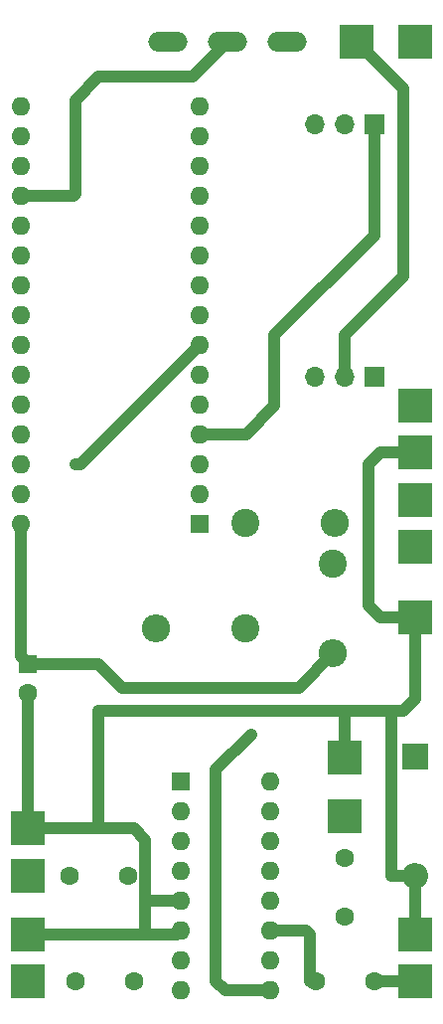
<source format=gbr>
%TF.GenerationSoftware,KiCad,Pcbnew,(6.0.4)*%
%TF.CreationDate,2024-09-07T16:12:38+01:00*%
%TF.ProjectId,pcb,7063622e-6b69-4636-9164-5f7063625858,rev?*%
%TF.SameCoordinates,Original*%
%TF.FileFunction,Copper,L1,Top*%
%TF.FilePolarity,Positive*%
%FSLAX46Y46*%
G04 Gerber Fmt 4.6, Leading zero omitted, Abs format (unit mm)*
G04 Created by KiCad (PCBNEW (6.0.4)) date 2024-09-07 16:12:38*
%MOMM*%
%LPD*%
G01*
G04 APERTURE LIST*
%TA.AperFunction,ComponentPad*%
%ADD10C,1.600000*%
%TD*%
%TA.AperFunction,ComponentPad*%
%ADD11R,1.600000X1.600000*%
%TD*%
%TA.AperFunction,ComponentPad*%
%ADD12R,2.200000X2.200000*%
%TD*%
%TA.AperFunction,ComponentPad*%
%ADD13O,2.200000X2.200000*%
%TD*%
%TA.AperFunction,ComponentPad*%
%ADD14C,2.400000*%
%TD*%
%TA.AperFunction,ComponentPad*%
%ADD15O,2.400000X2.400000*%
%TD*%
%TA.AperFunction,ComponentPad*%
%ADD16R,3.000000X3.000000*%
%TD*%
%TA.AperFunction,ComponentPad*%
%ADD17O,1.600000X1.600000*%
%TD*%
%TA.AperFunction,ComponentPad*%
%ADD18R,1.700000X1.700000*%
%TD*%
%TA.AperFunction,ComponentPad*%
%ADD19O,1.700000X1.700000*%
%TD*%
%TA.AperFunction,ComponentPad*%
%ADD20O,3.352800X1.676400*%
%TD*%
%TA.AperFunction,ViaPad*%
%ADD21C,0.800000*%
%TD*%
%TA.AperFunction,Conductor*%
%ADD22C,1.000000*%
%TD*%
G04 APERTURE END LIST*
D10*
%TO.P,C,1*%
%TO.N,N/C*%
X223000000Y-124500000D03*
%TO.P,C,2*%
X223000000Y-129500000D03*
%TD*%
%TO.P,C,1*%
%TO.N,N/C*%
X225500000Y-135000000D03*
%TO.P,C,2*%
X220500000Y-135000000D03*
%TD*%
%TO.P,C,1*%
%TO.N,N/C*%
X205000000Y-135000000D03*
%TO.P,C,2*%
X200000000Y-135000000D03*
%TD*%
%TO.P,C,1*%
%TO.N,N/C*%
X204500000Y-126000000D03*
%TO.P,C,2*%
X199500000Y-126000000D03*
%TD*%
D11*
%TO.P,C1,1*%
%TO.N,N/C*%
X196000000Y-108000000D03*
D10*
%TO.P,C1,2*%
X196000000Y-110500000D03*
%TD*%
D12*
%TO.P,D1,1,K*%
%TO.N,N/C*%
X229000000Y-115920000D03*
D13*
%TO.P,D1,2,A*%
X229000000Y-126080000D03*
%TD*%
D14*
%TO.P,,1*%
%TO.N,N/C*%
X222000000Y-99490000D03*
D15*
%TO.P,,2*%
X222000000Y-107110000D03*
%TD*%
D14*
%TO.P,,1*%
%TO.N,N/C*%
X214510000Y-105000000D03*
D15*
%TO.P,,2*%
X206890000Y-105000000D03*
%TD*%
D14*
%TO.P,,1*%
%TO.N,N/C*%
X214490000Y-96000000D03*
D15*
%TO.P,,2*%
X222110000Y-96000000D03*
%TD*%
D16*
%TO.P,,Bottom Right*%
%TO.N,N/C*%
X229000000Y-94000000D03*
%TD*%
%TO.P,,Bottom Left*%
%TO.N,N/C*%
X229000000Y-86000000D03*
%TD*%
%TO.P,,Bottom mid*%
%TO.N,N/C*%
X229000000Y-90000000D03*
%TD*%
%TO.P,REF\u002A\u002A,1*%
%TO.N,N/C*%
X229000000Y-135000000D03*
%TD*%
%TO.P,REF\u002A\u002A,1*%
%TO.N,N/C*%
X196000000Y-135000000D03*
%TD*%
%TO.P,REF\u002A\u002A,1*%
%TO.N,N/C*%
X223000000Y-121000000D03*
%TD*%
%TO.P,REF\u002A\u002A,1*%
%TO.N,N/C*%
X196000000Y-126000000D03*
%TD*%
%TO.P,REF\u002A\u002A,1*%
%TO.N,N/C*%
X229000000Y-131000000D03*
%TD*%
%TO.P,REF\u002A\u002A,1*%
%TO.N,N/C*%
X223000000Y-116000000D03*
%TD*%
%TO.P,REF\u002A\u002A,1*%
%TO.N,N/C*%
X196000000Y-131000000D03*
%TD*%
%TO.P,REF\u002A\u002A,1*%
%TO.N,N/C*%
X196000000Y-122000000D03*
%TD*%
D11*
%TO.P,NANO,1*%
%TO.N,N/C*%
X210610000Y-96050000D03*
D17*
%TO.P,NANO,2*%
X210610000Y-93510000D03*
%TO.P,NANO,3*%
X210610000Y-90970000D03*
%TO.P,NANO,4*%
X210610000Y-88430000D03*
%TO.P,NANO,5*%
X210610000Y-85890000D03*
%TO.P,NANO,6*%
X210610000Y-83350000D03*
%TO.P,NANO,7*%
X210610000Y-80810000D03*
%TO.P,NANO,8*%
X210610000Y-78270000D03*
%TO.P,NANO,9*%
X210610000Y-75730000D03*
%TO.P,NANO,10*%
X210610000Y-73190000D03*
%TO.P,NANO,11*%
X210610000Y-70650000D03*
%TO.P,NANO,12*%
X210610000Y-68110000D03*
%TO.P,NANO,13*%
X210610000Y-65570000D03*
%TO.P,NANO,14*%
X210610000Y-63030000D03*
%TO.P,NANO,15*%
X210610000Y-60490000D03*
%TO.P,NANO,16*%
X195370000Y-60490000D03*
%TO.P,NANO,17*%
X195370000Y-63030000D03*
%TO.P,NANO,18*%
X195370000Y-65570000D03*
%TO.P,NANO,19*%
X195370000Y-68110000D03*
%TO.P,NANO,20*%
X195370000Y-70650000D03*
%TO.P,NANO,21*%
X195370000Y-73190000D03*
%TO.P,NANO,22*%
X195370000Y-75730000D03*
%TO.P,NANO,23*%
X195370000Y-78270000D03*
%TO.P,NANO,24*%
X195370000Y-80810000D03*
%TO.P,NANO,25*%
X195370000Y-83350000D03*
%TO.P,NANO,26*%
X195370000Y-85890000D03*
%TO.P,NANO,27*%
X195370000Y-88430000D03*
%TO.P,NANO,28*%
X195370000Y-90970000D03*
%TO.P,NANO,29*%
X195370000Y-93510000D03*
%TO.P,NANO,30*%
X195370000Y-96050000D03*
%TD*%
D16*
%TO.P,,Bottom Left*%
%TO.N,N/C*%
X224000000Y-55000000D03*
%TD*%
D18*
%TO.P,Vcc\u002C Out\u002C Gnd,1*%
%TO.N,N/C*%
X225525000Y-62025000D03*
D19*
%TO.P,Vcc\u002C Out\u002C Gnd,2*%
X222985000Y-62025000D03*
%TO.P,Vcc\u002C Out\u002C Gnd,3*%
X220445000Y-62025000D03*
%TD*%
D16*
%TO.P,REF\u002A\u002A,1*%
%TO.N,N/C*%
X229000000Y-104000000D03*
%TD*%
D17*
%TO.P,ADG436,16*%
%TO.N,N/C*%
X216620000Y-118000000D03*
%TO.P,ADG436,15*%
X216620000Y-120540000D03*
%TO.P,ADG436,14*%
X216620000Y-123080000D03*
%TO.P,ADG436,13*%
X216620000Y-125620000D03*
%TO.P,ADG436,12*%
X216620000Y-128160000D03*
%TO.P,ADG436,11*%
X216620000Y-130700000D03*
%TO.P,ADG436,10*%
X216620000Y-133240000D03*
%TO.P,ADG436,9*%
X216620000Y-135780000D03*
%TO.P,ADG436,8*%
X209000000Y-135780000D03*
%TO.P,ADG436,7*%
X209000000Y-133240000D03*
%TO.P,ADG436,6*%
X209000000Y-130700000D03*
%TO.P,ADG436,5*%
X209000000Y-128160000D03*
%TO.P,ADG436,4*%
X209000000Y-125620000D03*
%TO.P,ADG436,3*%
X209000000Y-123080000D03*
%TO.P,ADG436,2*%
X209000000Y-120540000D03*
D11*
%TO.P,ADG436,1*%
X209000000Y-118000000D03*
%TD*%
D16*
%TO.P,REF\u002A\u002A,2*%
%TO.N,N/C*%
X229000000Y-98000000D03*
%TD*%
D20*
%TO.P,REF\u002A\u002A,1*%
%TO.N,N/C*%
X218080000Y-55000000D03*
%TO.P,REF\u002A\u002A,2*%
X213000000Y-55000000D03*
%TO.P,REF\u002A\u002A,3*%
X207920000Y-55000000D03*
%TD*%
D18*
%TO.P,Midi In,1*%
%TO.N,N/C*%
X225525000Y-83525000D03*
D19*
%TO.P,Midi In,2*%
X222985000Y-83525000D03*
%TO.P,Midi In,3*%
X220445000Y-83525000D03*
%TD*%
D16*
%TO.P,,Bottom Right*%
%TO.N,N/C*%
X229000000Y-55000000D03*
%TD*%
D21*
%TO.N,*%
X215000000Y-114000000D03*
X200000000Y-91000000D03*
X200000000Y-91000000D03*
%TD*%
D22*
%TO.N,*%
X223000000Y-116000000D02*
X223000000Y-112000000D01*
X227080000Y-126080000D02*
X227000000Y-126000000D01*
X229000000Y-126080000D02*
X227080000Y-126080000D01*
X227000000Y-126000000D02*
X227000000Y-112000000D01*
X229000000Y-131000000D02*
X229000000Y-126080000D01*
X225500000Y-135000000D02*
X229000000Y-135000000D01*
X220500000Y-135000000D02*
X220000000Y-135000000D01*
X202000000Y-122000000D02*
X196000000Y-122000000D01*
X196000000Y-110500000D02*
X196000000Y-122000000D01*
X206000000Y-131000000D02*
X196000000Y-131000000D01*
X202000000Y-108000000D02*
X196000000Y-108000000D01*
X219110000Y-110000000D02*
X204000000Y-110000000D01*
X222000000Y-107110000D02*
X219110000Y-110000000D01*
X204000000Y-110000000D02*
X202000000Y-108000000D01*
X195370000Y-96050000D02*
X195370000Y-107370000D01*
X195370000Y-107370000D02*
X196000000Y-108000000D01*
X212000000Y-117000000D02*
X215000000Y-114000000D01*
X212000000Y-135000000D02*
X212000000Y-117000000D01*
X212780000Y-135780000D02*
X212000000Y-135000000D01*
X216620000Y-135780000D02*
X212780000Y-135780000D01*
X200420000Y-91000000D02*
X210610000Y-80810000D01*
X200000000Y-91000000D02*
X200420000Y-91000000D01*
X225000000Y-103000000D02*
X226000000Y-104000000D01*
X225000000Y-91000000D02*
X225000000Y-103000000D01*
X226000000Y-90000000D02*
X225000000Y-91000000D01*
X229000000Y-90000000D02*
X226000000Y-90000000D01*
X226000000Y-104000000D02*
X229000000Y-104000000D01*
X229000000Y-111000000D02*
X229000000Y-104000000D01*
X228000000Y-112000000D02*
X229000000Y-111000000D01*
X222985000Y-80015000D02*
X222985000Y-83525000D01*
X228000000Y-75000000D02*
X222985000Y-80015000D01*
X228000000Y-59000000D02*
X228000000Y-75000000D01*
X224000000Y-55000000D02*
X228000000Y-59000000D01*
X199890000Y-68110000D02*
X195370000Y-68110000D01*
X202000000Y-58000000D02*
X200000000Y-60000000D01*
X200000000Y-60000000D02*
X200000000Y-68000000D01*
X210000000Y-58000000D02*
X202000000Y-58000000D01*
X200000000Y-68000000D02*
X199890000Y-68110000D01*
X213000000Y-55000000D02*
X210000000Y-58000000D01*
X217000000Y-80000000D02*
X225525000Y-71475000D01*
X217000000Y-86000000D02*
X217000000Y-80000000D01*
X214570000Y-88430000D02*
X217000000Y-86000000D01*
X210610000Y-88430000D02*
X214570000Y-88430000D01*
X225525000Y-71475000D02*
X225525000Y-62025000D01*
X220000000Y-131000000D02*
X219700000Y-130700000D01*
X220000000Y-135000000D02*
X220000000Y-131000000D01*
X219700000Y-130700000D02*
X216620000Y-130700000D01*
X209000000Y-128160000D02*
X206160000Y-128160000D01*
X206000000Y-128000000D02*
X206000000Y-131000000D01*
X206160000Y-128160000D02*
X206000000Y-128000000D01*
X206000000Y-123000000D02*
X206000000Y-128000000D01*
X227000000Y-112000000D02*
X228000000Y-112000000D01*
X223000000Y-112000000D02*
X227000000Y-112000000D01*
X202000000Y-112000000D02*
X223000000Y-112000000D01*
X202000000Y-122000000D02*
X202000000Y-112000000D01*
X206000000Y-131000000D02*
X208700000Y-131000000D01*
X205000000Y-122000000D02*
X206000000Y-123000000D01*
X202000000Y-122000000D02*
X205000000Y-122000000D01*
X208700000Y-131000000D02*
X209000000Y-130700000D01*
%TD*%
M02*

</source>
